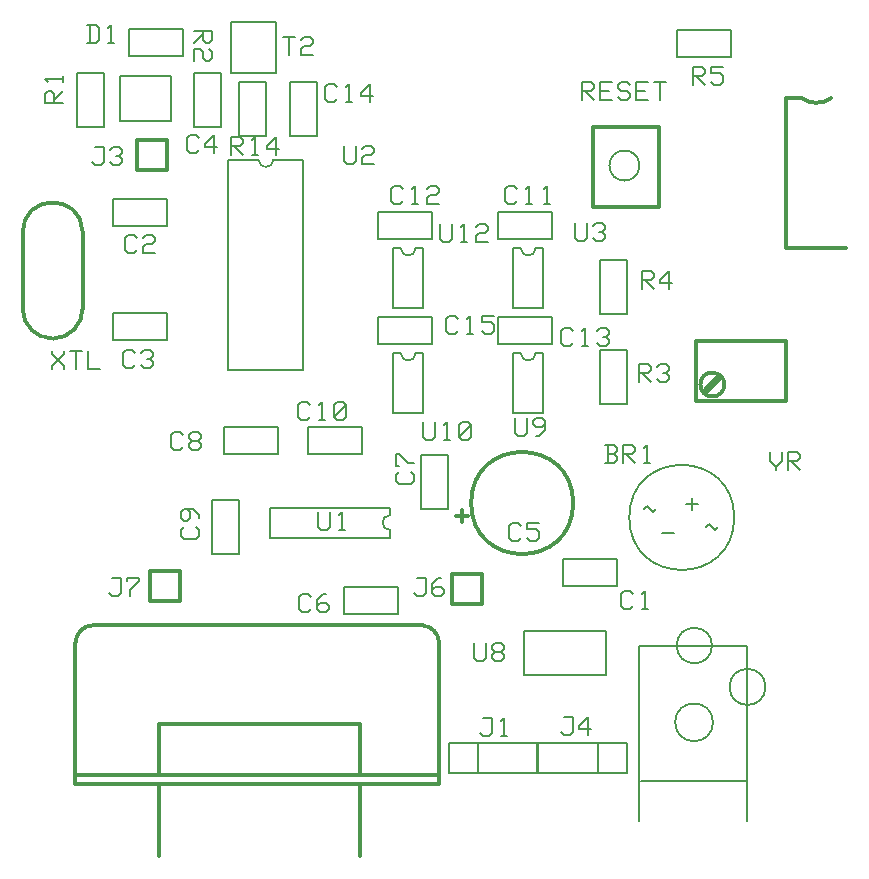
<source format=gbr>
G04 GERBER ASCII OUTPUT FROM: EDWIN 2000 (VER. 1.1 REV. 20011025)*
G04 GERBER FORMAT: RX-274-X*
G04 BOARD: PROTON_SER_GLCD*
G04 ARTWORK OF COMP.PRINT POSITIVE*
%ASAXBY*%
%FSLAX23Y23*%
%MIA0B0*%
%MOIN*%
%OFA0.0000B0.0000*%
%SFA1B1*%
%IJA0B0*%
%INLAYER0POS*%
%IOA0B0*%
%IPPOS*%
%IR0*%
G04 APERTURE MACROS*
%AMEDWDONUT*
1,1,$1,$2,$3*
1,0,$4,$2,$3*
%
%AMEDWFRECT*
2,1,$1,$2,$3,$4,$5,$6*
%
%AMEDWORECT*
2,1,$1,$2,$3,$4,$5,$10*
2,1,$1,$4,$5,$6,$7,$10*
2,1,$1,$6,$7,$8,$9,$10*
2,1,$1,$8,$9,$2,$3,$10*
1,1,$1,$2,$3*
1,1,$1,$4,$5*
1,1,$1,$6,$7*
1,1,$1,$8,$9*
%
%AMEDWLINER*
2,1,$1,$2,$3,$4,$5,$6*
1,1,$1,$2,$3*
1,1,$1,$4,$5*
%
%AMEDWFTRNG*
4,1,3,$1,$2,$3,$4,$5,$6,$7,$8,$9*
%
%AMEDWATRNG*
4,1,3,$1,$2,$3,$4,$5,$6,$7,$8,$9*
2,1,$11,$1,$2,$3,$4,$10*
2,1,$11,$3,$4,$5,$6,$10*
2,1,$11,$5,$6,$7,$8,$10*
1,1,$11,$3,$4*
1,1,$11,$5,$6*
1,1,$11,$7,$8*
%
%AMEDWOTRNG*
2,1,$1,$2,$3,$4,$5,$8*
2,1,$1,$4,$5,$6,$7,$8*
2,1,$1,$6,$7,$2,$3,$8*
1,1,$1,$2,$3*
1,1,$1,$4,$5*
1,1,$1,$6,$7*
%
G04*
G04 APERTURE LIST*
%ADD10R,0.0700X0.0650*%
%ADD11R,0.0940X0.0890*%
%ADD12R,0.0600X0.0550*%
%ADD13R,0.0840X0.0790*%
%ADD14R,0.0650X0.0700*%
%ADD15R,0.0890X0.0940*%
%ADD16R,0.0550X0.0600*%
%ADD17R,0.0790X0.0840*%
%ADD18R,0.0350X0.0900*%
%ADD19R,0.0590X0.1140*%
%ADD20R,0.0250X0.0800*%
%ADD21R,0.0490X0.1040*%
%ADD22R,0.0900X0.0350*%
%ADD23R,0.1140X0.0590*%
%ADD24R,0.0800X0.0250*%
%ADD25R,0.1040X0.0490*%
%ADD26R,0.0800X0.0800*%
%ADD27R,0.1040X0.1040*%
%ADD28R,0.0700X0.0700*%
%ADD29R,0.0940X0.0940*%
%ADD30R,0.0570X0.0970*%
%ADD31R,0.0810X0.1210*%
%ADD32R,0.0470X0.0870*%
%ADD33R,0.0710X0.1110*%
%ADD34R,0.1520X0.0970*%
%ADD35R,0.1760X0.1210*%
%ADD36R,0.1420X0.0870*%
%ADD37R,0.1660X0.1110*%
%ADD38R,0.0600X0.0600*%
%ADD39R,0.0840X0.0840*%
%ADD40R,0.0500X0.0580*%
%ADD41R,0.0740X0.0820*%
%ADD42R,0.0400X0.0480*%
%ADD43R,0.0640X0.0720*%
%ADD44R,0.0580X0.0500*%
%ADD45R,0.0820X0.0740*%
%ADD46R,0.0480X0.0400*%
%ADD47R,0.0720X0.0640*%
%ADD48R,0.0900X0.0900*%
%ADD49R,0.1140X0.1140*%
%ADD50C,0.0010*%
%ADD52C,0.0020*%
%ADD53R,0.0020X0.0020*%
%ADD54C,0.0030*%
%ADD55R,0.0030X0.0030*%
%ADD56C,0.0040*%
%ADD57R,0.0040X0.0040*%
%ADD58C,0.0050*%
%ADD59R,0.0050X0.0050*%
%ADD60C,0.00787*%
%ADD61R,0.00787X0.00787*%
%ADD62C,0.0080*%
%ADD64C,0.00984*%
%ADD65R,0.00984X0.00984*%
%ADD66C,0.0120*%
%ADD68C,0.0130*%
%ADD70C,0.01598*%
%ADD72C,0.01969*%
%ADD73R,0.01969X0.01969*%
%ADD74C,0.0200*%
%ADD76C,0.0250*%
%ADD77R,0.0250X0.0250*%
%ADD78C,0.0290*%
%ADD80C,0.03004*%
%ADD81R,0.03004X0.03004*%
%ADD82C,0.0320*%
%ADD84C,0.0350*%
%ADD85R,0.0350X0.0350*%
%ADD86C,0.0360*%
%ADD88C,0.0370*%
%ADD90C,0.03937*%
%ADD91R,0.03937X0.03937*%
%ADD92C,0.03998*%
%ADD94C,0.04331*%
%ADD95R,0.04331X0.04331*%
%ADD96C,0.04346*%
%ADD97R,0.04346X0.04346*%
%ADD98C,0.0440*%
%ADD100C,0.0490*%
%ADD101R,0.0490X0.0490*%
%ADD102C,0.0500*%
%ADD103R,0.0500X0.0500*%
%ADD104C,0.05404*%
%ADD105R,0.05404X0.05404*%
%ADD106C,0.0560*%
%ADD108C,0.0590*%
%ADD109R,0.0590X0.0590*%
%ADD110C,0.05906*%
%ADD111R,0.05906X0.05906*%
%ADD112C,0.0600*%
%ADD113R,0.0600X0.0600*%
%ADD114C,0.0620*%
%ADD116C,0.06693*%
%ADD117R,0.06693X0.06693*%
%ADD118C,0.06746*%
%ADD119R,0.06746X0.06746*%
%ADD120C,0.06906*%
%ADD121R,0.06906X0.06906*%
%ADD122C,0.0700*%
%ADD123R,0.0700X0.0700*%
%ADD124C,0.07087*%
%ADD125R,0.07087X0.07087*%
%ADD126C,0.0760*%
%ADD127R,0.0760X0.0760*%
%ADD128C,0.0800*%
%ADD129R,0.0800X0.0800*%
%ADD130C,0.08306*%
%ADD131R,0.08306X0.08306*%
%ADD132C,0.0840*%
%ADD133R,0.0840X0.0840*%
%ADD134C,0.08583*%
%ADD135R,0.08583X0.08583*%
%ADD136C,0.0860*%
%ADD138C,0.0880*%
%ADD140C,0.0900*%
%ADD141R,0.0900X0.0900*%
%ADD142C,0.09012*%
%ADD143R,0.09012X0.09012*%
%ADD144C,0.0940*%
%ADD145R,0.0940X0.0940*%
%ADD146C,0.09441*%
%ADD147R,0.09441X0.09441*%
%ADD148C,0.0960*%
%ADD150C,0.1000*%
%ADD151R,0.1000X0.1000*%
%ADD152C,0.10016*%
%ADD153R,0.10016X0.10016*%
%ADD154C,0.1040*%
%ADD155R,0.1040X0.1040*%
%ADD156C,0.10728*%
%ADD157R,0.10728X0.10728*%
%ADD158C,0.10983*%
%ADD159R,0.10983X0.10983*%
%ADD160C,0.1100*%
%ADD162C,0.11157*%
%ADD163R,0.11157X0.11157*%
%ADD164C,0.1120*%
%ADD166C,0.1140*%
%ADD167R,0.1140X0.1140*%
%ADD168C,0.11412*%
%ADD169R,0.11412X0.11412*%
%ADD170C,0.11841*%
%ADD171R,0.11841X0.11841*%
%ADD172C,0.1200*%
%ADD174C,0.12016*%
%ADD175R,0.12016X0.12016*%
%ADD176C,0.12416*%
%ADD177R,0.12416X0.12416*%
%ADD178C,0.1300*%
%ADD180C,0.13128*%
%ADD181R,0.13128X0.13128*%
%ADD182C,0.13557*%
%ADD183R,0.13557X0.13557*%
%ADD184C,0.13732*%
%ADD185R,0.13732X0.13732*%
%ADD186C,0.1400*%
%ADD188C,0.14416*%
%ADD189R,0.14416X0.14416*%
%ADD190C,0.1500*%
%ADD192C,0.1502*%
%ADD193R,0.1502X0.1502*%
%ADD194C,0.1540*%
%ADD196C,0.15449*%
%ADD197R,0.15449X0.15449*%
%ADD198C,0.15748*%
%ADD200C,0.16132*%
%ADD201R,0.16132X0.16132*%
%ADD202C,0.16142*%
%ADD204C,0.16307*%
%ADD205R,0.16307X0.16307*%
%ADD206C,0.1640*%
%ADD208C,0.16736*%
%ADD209R,0.16736X0.16736*%
%ADD210C,0.17165*%
%ADD211R,0.17165X0.17165*%
%ADD212C,0.17323*%
%ADD214C,0.1742*%
%ADD215R,0.1742X0.1742*%
%ADD216C,0.17849*%
%ADD217R,0.17849X0.17849*%
%ADD218C,0.18148*%
%ADD220C,0.18542*%
%ADD222C,0.18707*%
%ADD223R,0.18707X0.18707*%
%ADD224C,0.18898*%
%ADD226C,0.19136*%
%ADD227R,0.19136X0.19136*%
%ADD228C,0.19565*%
%ADD229R,0.19565X0.19565*%
%ADD230C,0.19685*%
%ADD232C,0.1974*%
%ADD233R,0.1974X0.1974*%
%ADD234C,0.20598*%
%ADD235R,0.20598X0.20598*%
%ADD236C,0.2126*%
%ADD238C,0.21457*%
%ADD239R,0.21457X0.21457*%
%ADD240C,0.21886*%
%ADD241R,0.21886X0.21886*%
%ADD242C,0.2214*%
%ADD243R,0.2214X0.2214*%
%ADD244C,0.22744*%
%ADD245R,0.22744X0.22744*%
%ADD246C,0.22835*%
%ADD249R,0.22998X0.22998*%
%ADD251R,0.23433X0.23433*%
%ADD253R,0.23602X0.23602*%
%ADD255R,0.23857X0.23857*%
%ADD257R,0.24286X0.24286*%
%ADD259R,0.25144X0.25144*%
%ADD261R,0.25748X0.25748*%
%ADD263R,0.25833X0.25833*%
%ADD265R,0.26002X0.26002*%
%ADD267R,0.26177X0.26177*%
%ADD269R,0.26835X0.26835*%
%ADD271R,0.28148X0.28148*%
%ADD273R,0.28577X0.28577*%
%ADD275R,0.28752X0.28752*%
%ADD277R,0.29235X0.29235*%
%ADD279R,0.30039X0.30039*%
%ADD281R,0.31152X0.31152*%
%ADD283R,0.31327X0.31327*%
%ADD285R,0.3137X0.3137*%
%ADD287R,0.32185X0.32185*%
%ADD289R,0.32439X0.32439*%
%ADD291R,0.33727X0.33727*%
%ADD293R,0.3377X0.3377*%
%ADD295R,0.34585X0.34585*%
%ADD297R,0.36047X0.36047*%
%ADD299R,0.36906X0.36906*%
%ADD301R,0.38447X0.38447*%
%ADD303R,0.39306X0.39306*%
%ADD305R,0.41197X0.41197*%
%ADD307R,0.43597X0.43597*%
%ADD309R,0.45917X0.45917*%
%ADD311R,0.48317X0.48317*%
%ADD313R,0.50209X0.50209*%
%ADD315R,0.51925X0.51925*%
%ADD317R,0.52609X0.52609*%
%ADD319R,0.54325X0.54325*%
%ADD321R,0.57504X0.57504*%
%ADD323R,0.5965X0.5965*%
%ADD325R,0.59904X0.59904*%
%ADD327R,0.6205X0.6205*%
%ADD329R,1.06425X1.06425*%
%ADD331R,1.08825X1.08825*%
%ADD332C,1.18825*%
%ADD333R,1.18825X1.18825*%
%ADD334C,1.28825*%
%ADD335R,1.28825X1.28825*%
%ADD336C,1.38825*%
%ADD337R,1.38825X1.38825*%
%ADD338C,1.48825*%
%ADD339R,1.48825X1.48825*%
%ADD340C,1.58825*%
%ADD341R,1.58825X1.58825*%
%ADD342C,1.68825*%
%ADD343R,1.68825X1.68825*%
%ADD344C,1.78825*%
%ADD345R,1.78825X1.78825*%
%ADD346C,1.88825*%
%ADD347R,1.88825X1.88825*%
%ADD348C,1.98825*%
%ADD349R,1.98825X1.98825*%
G04*
D58* 
G75*
G01X2508Y450D02*
G03X2508Y450I-59J0D01*
G01*
G75*
G01X2511Y194D02*
G03X2511Y194I-63J0D01*
G01*
G75*
G01X2686Y312D02*
G03X2686Y312I-60J0D01*
G01*
X2626Y450D02*
X2266Y450D01*
X2266Y-136D01*
X2626Y-136D01*
X2626Y450D01*
X2624Y-0D02*
X2272Y-3D01*
D62* 
X2190Y739D02*
X2190Y649D01*
X2010Y649D01*
X2010Y739D01*
X2190Y739D01*
D58* 
X2243Y581D02*
X2233Y571D01*
X2213Y571D01*
X2203Y581D01*
X2203Y621D01*
X2213Y631D01*
X2233Y631D01*
X2243Y621D01*
X2273Y571D02*
X2293Y571D01*
X2283Y571D02*
X2283Y631D01*
X2273Y621D01*
D62* 
X510Y1850D02*
X510Y1940D01*
X690Y1940D01*
X690Y1850D01*
X510Y1850D01*
D58* 
X590Y1770D02*
X580Y1760D01*
X560Y1760D01*
X550Y1770D01*
X550Y1810D01*
X560Y1820D01*
X580Y1820D01*
X590Y1810D01*
X610Y1810D02*
X620Y1820D01*
X640Y1820D01*
X650Y1810D01*
X650Y1800D01*
X640Y1790D01*
X620Y1790D01*
X610Y1780D01*
X610Y1760D01*
X650Y1760D01*
D62* 
X510Y1470D02*
X510Y1560D01*
X690Y1560D01*
X690Y1470D01*
X510Y1470D01*
D58* 
X585Y1384D02*
X575Y1374D01*
X555Y1374D01*
X545Y1384D01*
X545Y1424D01*
X555Y1434D01*
X575Y1434D01*
X585Y1424D01*
X605Y1424D02*
X615Y1434D01*
X635Y1434D01*
X645Y1424D01*
X645Y1414D01*
X635Y1404D01*
X625Y1404D01*
X635Y1404D02*
X645Y1394D01*
X645Y1384D01*
X635Y1374D01*
X615Y1374D01*
X605Y1384D01*
D62* 
X780Y2360D02*
X870Y2360D01*
X870Y2180D01*
X780Y2180D01*
X780Y2360D01*
D58* 
X797Y2102D02*
X787Y2092D01*
X767Y2092D01*
X757Y2102D01*
X757Y2142D01*
X767Y2152D01*
X787Y2152D01*
X797Y2142D01*
X857Y2112D02*
X817Y2112D01*
X817Y2122D01*
X847Y2152D01*
X847Y2092D01*
D62* 
X1460Y645D02*
X1460Y555D01*
X1280Y555D01*
X1280Y645D01*
X1460Y645D01*
D58* 
X1172Y573D02*
X1162Y563D01*
X1142Y563D01*
X1132Y573D01*
X1132Y613D01*
X1142Y623D01*
X1162Y623D01*
X1172Y613D01*
X1192Y583D02*
X1202Y593D01*
X1222Y593D01*
X1232Y583D01*
X1232Y573D01*
X1222Y563D01*
X1202Y563D01*
X1192Y573D01*
X1192Y603D01*
X1212Y623D01*
X1222Y623D01*
D62* 
X1628Y906D02*
X1538Y906D01*
X1538Y1086D01*
X1628Y1086D01*
X1628Y906D01*
D58* 
X1504Y1029D02*
X1514Y1019D01*
X1514Y999D01*
X1504Y989D01*
X1464Y989D01*
X1454Y999D01*
X1454Y1019D01*
X1464Y1029D01*
X1514Y1059D02*
X1494Y1059D01*
X1464Y1089D01*
X1454Y1089D01*
X1454Y1049D01*
X1464Y1049D01*
D62* 
X1060Y1180D02*
X1060Y1090D01*
X880Y1090D01*
X880Y1180D01*
X1060Y1180D01*
D58* 
X743Y1112D02*
X733Y1102D01*
X713Y1102D01*
X703Y1112D01*
X703Y1152D01*
X713Y1162D01*
X733Y1162D01*
X743Y1152D01*
X763Y1112D02*
X763Y1122D01*
X773Y1132D01*
X793Y1132D01*
X803Y1142D01*
X803Y1152D01*
X793Y1162D01*
X773Y1162D01*
X763Y1152D01*
X763Y1142D01*
X773Y1132D01*
X793Y1132D02*
X803Y1122D01*
X803Y1112D01*
X793Y1102D01*
X773Y1102D01*
X763Y1112D01*
D62* 
X840Y935D02*
X930Y935D01*
X930Y755D01*
X840Y755D01*
X840Y935D01*
D58* 
X789Y846D02*
X799Y836D01*
X799Y816D01*
X789Y806D01*
X749Y806D01*
X739Y816D01*
X739Y836D01*
X749Y846D01*
X799Y876D02*
X799Y886D01*
X779Y906D01*
X749Y906D01*
X739Y896D01*
X739Y876D01*
X749Y866D01*
X759Y866D01*
X769Y876D01*
X769Y896D01*
X759Y906D01*
D62* 
X1160Y1090D02*
X1160Y1180D01*
X1340Y1180D01*
X1340Y1090D01*
X1160Y1090D01*
D58* 
X1168Y1211D02*
X1158Y1201D01*
X1138Y1201D01*
X1128Y1211D01*
X1128Y1251D01*
X1138Y1261D01*
X1158Y1261D01*
X1168Y1251D01*
X1198Y1201D02*
X1218Y1201D01*
X1208Y1201D02*
X1208Y1261D01*
X1198Y1251D01*
X1248Y1211D02*
X1248Y1251D01*
X1258Y1261D01*
X1278Y1261D01*
X1288Y1251D01*
X1288Y1211D01*
X1278Y1201D01*
X1258Y1201D01*
X1248Y1211D01*
X1288Y1251D01*
D62* 
X1435Y835D02*
X1435Y810D01*
X1035Y810D01*
X1035Y910D01*
X1435Y910D01*
X1435Y885D01*
G75*
G01X1435Y885D02*
G03X1435Y835I0J-25D01*
G01*
D58* 
X1196Y896D02*
X1196Y846D01*
X1206Y836D01*
X1226Y836D01*
X1236Y846D01*
X1236Y896D01*
X1266Y836D02*
X1286Y836D01*
X1276Y836D02*
X1276Y896D01*
X1266Y886D01*
G75*
G01X2582Y877D02*
G03X2582Y877I-175J0D01*
G01*
X2420Y923D02*
X2460Y923D01*
X2440Y943D02*
X2440Y903D01*
X2341Y825D02*
X2381Y825D01*
X2282Y904D02*
X2292Y914D01*
X2312Y894D01*
X2322Y904D01*
X2488Y845D02*
X2498Y855D01*
X2518Y835D01*
X2528Y845D01*
X2151Y1059D02*
X2181Y1059D01*
X2191Y1069D01*
X2191Y1079D01*
X2181Y1089D01*
X2161Y1089D01*
X2181Y1089D02*
X2191Y1099D01*
X2191Y1109D01*
X2181Y1119D01*
X2151Y1119D01*
X2161Y1119D02*
X2161Y1059D01*
X2211Y1059D02*
X2211Y1119D01*
X2241Y1119D01*
X2251Y1109D01*
X2251Y1099D01*
X2241Y1089D01*
X2211Y1089D01*
X2221Y1089D02*
X2251Y1059D01*
X2281Y1059D02*
X2301Y1059D01*
X2291Y1059D02*
X2291Y1119D01*
X2281Y1109D01*
D62* 
X1146Y2070D02*
X1046Y2070D01*
X996Y2070D02*
X896Y2070D01*
G75*
G01X996Y2070D02*
G03X1046Y2070I25J0D01*
G01*
X1145Y2070D02*
X1145Y1370D01*
X895Y1370D01*
X895Y2070D01*
D58* 
X1281Y2114D02*
X1281Y2064D01*
X1291Y2054D01*
X1311Y2054D01*
X1321Y2064D01*
X1321Y2114D01*
X1341Y2104D02*
X1351Y2114D01*
X1371Y2114D01*
X1381Y2104D01*
X1381Y2094D01*
X1371Y2084D01*
X1351Y2084D01*
X1341Y2074D01*
X1341Y2054D01*
X1381Y2054D01*
D62* 
X1520Y1775D02*
X1545Y1775D01*
X1545Y1575D01*
X1445Y1575D01*
X1445Y1775D01*
X1470Y1775D01*
G75*
G01X1470Y1775D02*
G03X1520Y1775I25J0D01*
G01*
D58* 
X1600Y1855D02*
X1600Y1805D01*
X1610Y1795D01*
X1630Y1795D01*
X1640Y1805D01*
X1640Y1855D01*
X1670Y1795D02*
X1690Y1795D01*
X1680Y1795D02*
X1680Y1855D01*
X1670Y1845D01*
X1720Y1845D02*
X1730Y1855D01*
X1750Y1855D01*
X1760Y1845D01*
X1760Y1835D01*
X1750Y1825D01*
X1730Y1825D01*
X1720Y1815D01*
X1720Y1795D01*
X1760Y1795D01*
D68* 
X2756Y1266D02*
X2756Y1466D01*
X2456Y1466D01*
X2456Y1266D01*
X2756Y1266D01*
G75*
G01X2549Y1320D02*
G03X2549Y1320I-40J0D01*
G01*
X2486Y1289D02*
X2541Y1344D01*
X2477Y1296D02*
X2532Y1351D01*
D58* 
X2702Y1096D02*
X2702Y1066D01*
X2722Y1046D01*
X2722Y1036D01*
X2722Y1046D02*
X2742Y1066D01*
X2742Y1096D01*
X2762Y1036D02*
X2762Y1096D01*
X2792Y1096D01*
X2802Y1086D01*
X2802Y1076D01*
X2792Y1066D01*
X2762Y1066D01*
X2772Y1066D02*
X2802Y1036D01*
X2832Y1036D02*
X2852Y1036D01*
X2842Y1036D02*
X2842Y1096D01*
X2832Y1086D01*
D68* 
X1543Y518D02*
X446Y518D01*
G75*
G01X1598Y458D02*
G03X1538Y518I-60J0D01*
G01*
G75*
G01X446Y518D02*
G03X386Y458I0J-60D01*
G01*
X386Y458D02*
X386Y18D01*
X1598Y18D01*
X386Y18D02*
X386Y-12D01*
X1598Y-12D01*
X1598Y458D01*
X666Y-12D02*
X666Y-252D01*
X1336Y-252D01*
X1336Y-12D01*
X666Y18D02*
X666Y188D01*
X1336Y188D01*
X1336Y18D01*
X2332Y2177D02*
X2332Y1913D01*
X2111Y1913D01*
X2111Y2177D01*
X2332Y2177D01*
D58* 
G75*
G01X2266Y2050D02*
G03X2266Y2050I-50J0D01*
G01*
D62* 
X480Y2180D02*
X390Y2180D01*
X390Y2360D01*
X480Y2360D01*
X480Y2180D01*
D58* 
X344Y2258D02*
X284Y2258D01*
X284Y2288D01*
X294Y2298D01*
X304Y2298D01*
X314Y2288D01*
X314Y2258D01*
X314Y2268D02*
X344Y2298D01*
X344Y2328D02*
X344Y2348D01*
X344Y2338D02*
X284Y2338D01*
X294Y2328D01*
D62* 
X745Y2505D02*
X745Y2415D01*
X565Y2415D01*
X565Y2505D01*
X745Y2505D01*
D58* 
X781Y2499D02*
X841Y2499D01*
X841Y2469D01*
X831Y2459D01*
X821Y2459D01*
X811Y2469D01*
X811Y2499D01*
X811Y2489D02*
X781Y2459D01*
X831Y2439D02*
X841Y2429D01*
X841Y2409D01*
X831Y2399D01*
X821Y2399D01*
X811Y2409D01*
X811Y2429D01*
X801Y2439D01*
X781Y2439D01*
X781Y2399D01*
D62* 
X2225Y1255D02*
X2135Y1255D01*
X2135Y1435D01*
X2225Y1435D01*
X2225Y1255D01*
D58* 
X2265Y1329D02*
X2265Y1389D01*
X2295Y1389D01*
X2305Y1379D01*
X2305Y1369D01*
X2295Y1359D01*
X2265Y1359D01*
X2275Y1359D02*
X2305Y1329D01*
X2325Y1379D02*
X2335Y1389D01*
X2355Y1389D01*
X2365Y1379D01*
X2365Y1369D01*
X2355Y1359D01*
X2345Y1359D01*
X2355Y1359D02*
X2365Y1349D01*
X2365Y1339D01*
X2355Y1329D01*
X2335Y1329D01*
X2325Y1339D01*
D62* 
X2225Y1555D02*
X2135Y1555D01*
X2135Y1735D01*
X2225Y1735D01*
X2225Y1555D01*
D58* 
X2273Y1638D02*
X2273Y1698D01*
X2303Y1698D01*
X2313Y1688D01*
X2313Y1678D01*
X2303Y1668D01*
X2273Y1668D01*
X2283Y1668D02*
X2313Y1638D01*
X2373Y1658D02*
X2333Y1658D01*
X2333Y1668D01*
X2363Y1698D01*
X2363Y1638D01*
D68* 
X410Y1571D02*
X410Y1829D01*
X210Y1572D02*
X210Y1830D01*
G75*
G01X410Y1829D02*
G03X210Y1825I-100J-2D01*
G01*
G75*
G01X210Y1571D02*
G03X410Y1575I100J2D01*
G01*
D58* 
X308Y1371D02*
X308Y1381D01*
X348Y1421D01*
X348Y1431D01*
X308Y1431D02*
X308Y1421D01*
X348Y1381D01*
X348Y1371D01*
X388Y1371D02*
X388Y1431D01*
X368Y1431D02*
X408Y1431D01*
X428Y1431D02*
X428Y1371D01*
X468Y1371D01*
D62* 
X1880Y500D02*
X1880Y353D01*
X2156Y353D01*
X2156Y500D01*
X1880Y500D01*
D58* 
X1713Y458D02*
X1713Y408D01*
X1723Y398D01*
X1743Y398D01*
X1753Y408D01*
X1753Y458D01*
X1773Y408D02*
X1773Y418D01*
X1783Y428D01*
X1803Y428D01*
X1813Y438D01*
X1813Y448D01*
X1803Y458D01*
X1783Y458D01*
X1773Y448D01*
X1773Y438D01*
X1783Y428D01*
X1803Y428D02*
X1813Y418D01*
X1813Y408D01*
X1803Y398D01*
X1783Y398D01*
X1773Y408D01*
D68* 
G75*
G01X2045Y925D02*
G03X2045Y925I-170J0D01*
G01*
X1655Y883D02*
X1695Y883D01*
X1675Y903D02*
X1675Y863D01*
D58* 
X1871Y807D02*
X1861Y797D01*
X1841Y797D01*
X1831Y807D01*
X1831Y847D01*
X1841Y857D01*
X1861Y857D01*
X1871Y847D01*
X1891Y807D02*
X1901Y797D01*
X1921Y797D01*
X1931Y807D01*
X1931Y827D01*
X1921Y837D01*
X1891Y837D01*
X1891Y857D01*
X1931Y857D01*
D62* 
X1920Y1775D02*
X1945Y1775D01*
X1945Y1575D01*
X1845Y1575D01*
X1845Y1775D01*
X1870Y1775D01*
G75*
G01X1870Y1775D02*
G03X1920Y1775I25J0D01*
G01*
D58* 
X2051Y1858D02*
X2051Y1808D01*
X2061Y1798D01*
X2081Y1798D01*
X2091Y1808D01*
X2091Y1858D01*
X2111Y1848D02*
X2121Y1858D01*
X2141Y1858D01*
X2151Y1848D01*
X2151Y1838D01*
X2141Y1828D01*
X2131Y1828D01*
X2141Y1828D02*
X2151Y1818D01*
X2151Y1808D01*
X2141Y1798D01*
X2121Y1798D01*
X2111Y1808D01*
D62* 
X1920Y1425D02*
X1945Y1425D01*
X1945Y1225D01*
X1845Y1225D01*
X1845Y1425D01*
X1870Y1425D01*
G75*
G01X1870Y1425D02*
G03X1920Y1425I25J0D01*
G01*
D58* 
X1852Y1207D02*
X1852Y1157D01*
X1862Y1147D01*
X1882Y1147D01*
X1892Y1157D01*
X1892Y1207D01*
X1922Y1147D02*
X1932Y1147D01*
X1952Y1167D01*
X1952Y1197D01*
X1942Y1207D01*
X1922Y1207D01*
X1912Y1197D01*
X1912Y1187D01*
X1922Y1177D01*
X1942Y1177D01*
X1952Y1187D01*
D62* 
X1520Y1425D02*
X1545Y1425D01*
X1545Y1225D01*
X1445Y1225D01*
X1445Y1425D01*
X1470Y1425D01*
G75*
G01X1470Y1425D02*
G03X1520Y1425I25J0D01*
G01*
D58* 
X1546Y1196D02*
X1546Y1146D01*
X1556Y1136D01*
X1576Y1136D01*
X1586Y1146D01*
X1586Y1196D01*
X1616Y1136D02*
X1636Y1136D01*
X1626Y1136D02*
X1626Y1196D01*
X1616Y1186D01*
X1666Y1146D02*
X1666Y1186D01*
X1676Y1196D01*
X1696Y1196D01*
X1706Y1186D01*
X1706Y1146D01*
X1696Y1136D01*
X1676Y1136D01*
X1666Y1146D01*
X1706Y1186D01*
D62* 
X2572Y2503D02*
X2572Y2413D01*
X2392Y2413D01*
X2392Y2503D01*
X2572Y2503D01*
D58* 
X2446Y2317D02*
X2446Y2377D01*
X2476Y2377D01*
X2486Y2367D01*
X2486Y2357D01*
X2476Y2347D01*
X2446Y2347D01*
X2456Y2347D02*
X2486Y2317D01*
X2506Y2327D02*
X2516Y2317D01*
X2536Y2317D01*
X2546Y2327D01*
X2546Y2347D01*
X2536Y2357D01*
X2506Y2357D01*
X2506Y2377D01*
X2546Y2377D01*
D62* 
X904Y2357D02*
X904Y2527D01*
X1054Y2527D01*
X1054Y2357D01*
X904Y2357D01*
D58* 
X1098Y2419D02*
X1098Y2479D01*
X1078Y2479D02*
X1118Y2479D01*
X1138Y2469D02*
X1148Y2479D01*
X1168Y2479D01*
X1178Y2469D01*
X1178Y2459D01*
X1168Y2449D01*
X1148Y2449D01*
X1138Y2439D01*
X1138Y2419D01*
X1178Y2419D01*
D62* 
X1190Y2150D02*
X1100Y2150D01*
X1100Y2330D01*
X1190Y2330D01*
X1190Y2150D01*
D58* 
X1257Y2271D02*
X1247Y2261D01*
X1227Y2261D01*
X1217Y2271D01*
X1217Y2311D01*
X1227Y2321D01*
X1247Y2321D01*
X1257Y2311D01*
X1287Y2261D02*
X1307Y2261D01*
X1297Y2261D02*
X1297Y2321D01*
X1287Y2311D01*
X1377Y2281D02*
X1337Y2281D01*
X1337Y2291D01*
X1367Y2321D01*
X1367Y2261D01*
D62* 
X535Y2350D02*
X705Y2350D01*
X705Y2200D01*
X535Y2200D01*
X535Y2350D01*
D58* 
X424Y2458D02*
X454Y2458D01*
X464Y2468D01*
X464Y2508D01*
X454Y2518D01*
X424Y2518D01*
X434Y2518D02*
X434Y2458D01*
X494Y2458D02*
X514Y2458D01*
X504Y2458D02*
X504Y2518D01*
X494Y2508D01*
D62* 
X1020Y2150D02*
X930Y2150D01*
X930Y2330D01*
X1020Y2330D01*
X1020Y2150D01*
D58* 
X904Y2084D02*
X904Y2144D01*
X934Y2144D01*
X944Y2134D01*
X944Y2124D01*
X934Y2114D01*
X904Y2114D01*
X914Y2114D02*
X944Y2084D01*
X974Y2084D02*
X994Y2084D01*
X984Y2084D02*
X984Y2144D01*
X974Y2134D01*
X1064Y2104D02*
X1024Y2104D01*
X1024Y2114D01*
X1054Y2144D01*
X1054Y2084D01*
D62* 
X1795Y1805D02*
X1795Y1895D01*
X1975Y1895D01*
X1975Y1805D01*
X1795Y1805D01*
D58* 
X1857Y1933D02*
X1847Y1923D01*
X1827Y1923D01*
X1817Y1933D01*
X1817Y1973D01*
X1827Y1983D01*
X1847Y1983D01*
X1857Y1973D01*
X1887Y1923D02*
X1907Y1923D01*
X1897Y1923D02*
X1897Y1983D01*
X1887Y1973D01*
X1947Y1923D02*
X1967Y1923D01*
X1957Y1923D02*
X1957Y1983D01*
X1947Y1973D01*
D62* 
X1575Y1895D02*
X1575Y1805D01*
X1395Y1805D01*
X1395Y1895D01*
X1575Y1895D01*
D58* 
X1477Y1932D02*
X1467Y1922D01*
X1447Y1922D01*
X1437Y1932D01*
X1437Y1972D01*
X1447Y1982D01*
X1467Y1982D01*
X1477Y1972D01*
X1507Y1922D02*
X1527Y1922D01*
X1517Y1922D02*
X1517Y1982D01*
X1507Y1972D01*
X1557Y1972D02*
X1567Y1982D01*
X1587Y1982D01*
X1597Y1972D01*
X1597Y1962D01*
X1587Y1952D01*
X1567Y1952D01*
X1557Y1942D01*
X1557Y1922D01*
X1597Y1922D01*
D62* 
X1975Y1545D02*
X1975Y1455D01*
X1795Y1455D01*
X1795Y1545D01*
X1975Y1545D01*
D58* 
X2044Y1460D02*
X2034Y1450D01*
X2014Y1450D01*
X2004Y1460D01*
X2004Y1500D01*
X2014Y1510D01*
X2034Y1510D01*
X2044Y1500D01*
X2074Y1450D02*
X2094Y1450D01*
X2084Y1450D02*
X2084Y1510D01*
X2074Y1500D01*
X2124Y1500D02*
X2134Y1510D01*
X2154Y1510D01*
X2164Y1500D01*
X2164Y1490D01*
X2154Y1480D01*
X2144Y1480D01*
X2154Y1480D02*
X2164Y1470D01*
X2164Y1460D01*
X2154Y1450D01*
X2134Y1450D01*
X2124Y1460D01*
D62* 
X1575Y1545D02*
X1575Y1455D01*
X1395Y1455D01*
X1395Y1545D01*
X1575Y1545D01*
D58* 
X1662Y1499D02*
X1652Y1489D01*
X1632Y1489D01*
X1622Y1499D01*
X1622Y1539D01*
X1632Y1549D01*
X1652Y1549D01*
X1662Y1539D01*
X1692Y1489D02*
X1712Y1489D01*
X1702Y1489D02*
X1702Y1549D01*
X1692Y1539D01*
X1742Y1499D02*
X1752Y1489D01*
X1772Y1489D01*
X1782Y1499D01*
X1782Y1519D01*
X1772Y1529D01*
X1742Y1529D01*
X1742Y1549D01*
X1782Y1549D01*
X1631Y126D02*
X1928Y126D01*
X1928Y26D01*
X1631Y26D01*
X1631Y126D01*
X1727Y25D02*
X1727Y127D01*
X1736Y158D02*
X1746Y148D01*
X1766Y148D01*
X1776Y158D01*
X1776Y208D01*
X1746Y208D01*
X1806Y148D02*
X1826Y148D01*
X1816Y148D02*
X1816Y208D01*
X1806Y198D01*
X2223Y26D02*
X1926Y26D01*
X1926Y126D01*
X2223Y126D01*
X2223Y26D01*
X2127Y127D02*
X2127Y25D01*
X2004Y161D02*
X2014Y151D01*
X2034Y151D01*
X2044Y161D01*
X2044Y211D01*
X2014Y211D01*
X2104Y171D02*
X2064Y171D01*
X2064Y181D01*
X2094Y211D01*
X2094Y151D01*
D68* 
X2955Y2275D02*
X2955Y1775D01*
X2755Y1775D01*
X2755Y2275D01*
G75*
G01X2805Y2275D02*
G03X2905Y2275I50J70D01*
G01*
X2905Y2275D02*
X2955Y2275D01*
X2805Y2275D02*
X2755Y2275D01*
X635Y600D02*
X635Y700D01*
X735Y700D01*
X735Y600D01*
X635Y600D01*
D58* 
X498Y626D02*
X508Y616D01*
X528Y616D01*
X538Y626D01*
X538Y676D01*
X508Y676D01*
X568Y616D02*
X568Y636D01*
X598Y666D01*
X598Y676D01*
X558Y676D01*
X558Y666D01*
D68* 
X1640Y590D02*
X1640Y690D01*
X1740Y690D01*
X1740Y590D01*
X1640Y590D01*
D58* 
X1514Y624D02*
X1524Y614D01*
X1544Y614D01*
X1554Y624D01*
X1554Y674D01*
X1524Y674D01*
X1574Y634D02*
X1584Y644D01*
X1604Y644D01*
X1614Y634D01*
X1614Y624D01*
X1604Y614D01*
X1584Y614D01*
X1574Y624D01*
X1574Y654D01*
X1594Y674D01*
X1604Y674D01*
D68* 
X590Y2035D02*
X590Y2135D01*
X690Y2135D01*
X690Y2035D01*
X590Y2035D01*
D58* 
X441Y2062D02*
X451Y2052D01*
X471Y2052D01*
X481Y2062D01*
X481Y2112D01*
X451Y2112D01*
X501Y2102D02*
X511Y2112D01*
X531Y2112D01*
X541Y2102D01*
X541Y2092D01*
X531Y2082D01*
X521Y2082D01*
X531Y2082D02*
X541Y2072D01*
X541Y2062D01*
X531Y2052D01*
X511Y2052D01*
X501Y2062D01*
X2076Y2267D02*
X2076Y2327D01*
X2106Y2327D01*
X2116Y2317D01*
X2116Y2307D01*
X2106Y2297D01*
X2076Y2297D01*
X2086Y2297D02*
X2116Y2267D01*
X2176Y2267D02*
X2136Y2267D01*
X2136Y2327D01*
X2176Y2327D01*
X2136Y2297D02*
X2166Y2297D01*
X2196Y2277D02*
X2206Y2267D01*
X2226Y2267D01*
X2236Y2277D01*
X2236Y2287D01*
X2226Y2297D01*
X2206Y2297D01*
X2196Y2307D01*
X2196Y2317D01*
X2206Y2327D01*
X2226Y2327D01*
X2236Y2317D01*
X2296Y2267D02*
X2256Y2267D01*
X2256Y2327D01*
X2296Y2327D01*
X2256Y2297D02*
X2286Y2297D01*
X2336Y2267D02*
X2336Y2327D01*
X2316Y2327D02*
X2356Y2327D01*
M02*

</source>
